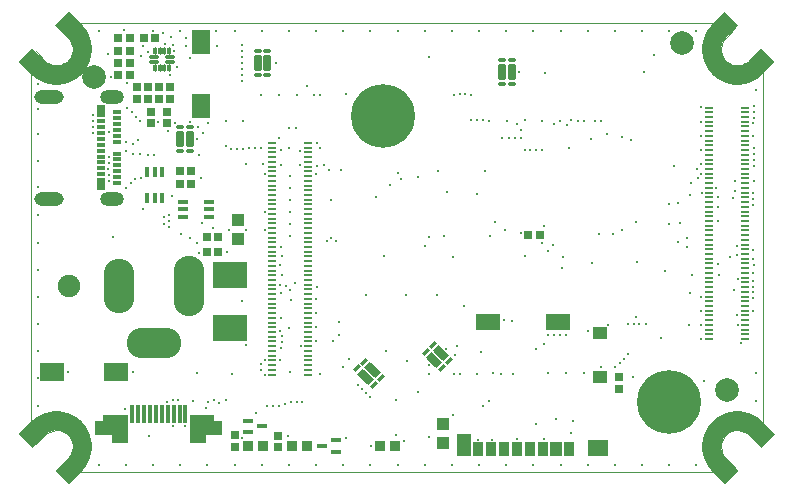
<source format=gts>
G04*
G04 #@! TF.GenerationSoftware,Altium Limited,Altium Designer,21.2.2 (38)*
G04*
G04 Layer_Color=8388736*
%FSLAX44Y44*%
%MOMM*%
G71*
G04*
G04 #@! TF.SameCoordinates,5E46DD17-87F1-4086-B896-1A8DD57D8BDF*
G04*
G04*
G04 #@! TF.FilePolarity,Negative*
G04*
G01*
G75*
%ADD16C,0.1000*%
%ADD51R,0.7000X0.9500*%
G04:AMPARAMS|DCode=52|XSize=0.34mm|YSize=0.705mm|CornerRadius=0.12mm|HoleSize=0mm|Usage=FLASHONLY|Rotation=90.000|XOffset=0mm|YOffset=0mm|HoleType=Round|Shape=RoundedRectangle|*
%AMROUNDEDRECTD52*
21,1,0.3400,0.4650,0,0,90.0*
21,1,0.1000,0.7050,0,0,90.0*
1,1,0.2400,0.2325,0.0500*
1,1,0.2400,0.2325,-0.0500*
1,1,0.2400,-0.2325,-0.0500*
1,1,0.2400,-0.2325,0.0500*
%
%ADD52ROUNDEDRECTD52*%
G04:AMPARAMS|DCode=53|XSize=0.54mm|YSize=0.705mm|CornerRadius=0.12mm|HoleSize=0mm|Usage=FLASHONLY|Rotation=90.000|XOffset=0mm|YOffset=0mm|HoleType=Round|Shape=RoundedRectangle|*
%AMROUNDEDRECTD53*
21,1,0.5400,0.4650,0,0,90.0*
21,1,0.3000,0.7050,0,0,90.0*
1,1,0.2400,0.2325,0.1500*
1,1,0.2400,0.2325,-0.1500*
1,1,0.2400,-0.2325,-0.1500*
1,1,0.2400,-0.2325,0.1500*
%
%ADD53ROUNDEDRECTD53*%
%ADD54R,0.8000X0.4000*%
%ADD55R,0.7400X1.0400*%
%ADD56R,0.7216X0.7216*%
%ADD57R,0.9516X0.4516*%
%ADD58R,2.1016X1.6016*%
%ADD59R,0.4066X1.5066*%
%ADD60R,1.1016X1.1016*%
%ADD61R,0.4516X0.9516*%
%ADD62R,0.7516X0.6516*%
%ADD63C,2.0000*%
%ADD64R,2.8446X2.2606*%
%ADD65R,1.1016X1.0016*%
%ADD66R,0.9016X0.9016*%
%ADD67R,0.6516X0.7516*%
G04:AMPARAMS|DCode=68|XSize=0.3mm|YSize=0.8mm|CornerRadius=0.1mm|HoleSize=0mm|Usage=FLASHONLY|Rotation=90.000|XOffset=0mm|YOffset=0mm|HoleType=Round|Shape=RoundedRectangle|*
%AMROUNDEDRECTD68*
21,1,0.3000,0.6000,0,0,90.0*
21,1,0.1000,0.8000,0,0,90.0*
1,1,0.2000,0.3000,0.0500*
1,1,0.2000,0.3000,-0.0500*
1,1,0.2000,-0.3000,-0.0500*
1,1,0.2000,-0.3000,0.0500*
%
%ADD68ROUNDEDRECTD68*%
G04:AMPARAMS|DCode=69|XSize=0.3mm|YSize=0.6mm|CornerRadius=0.1mm|HoleSize=0mm|Usage=FLASHONLY|Rotation=180.000|XOffset=0mm|YOffset=0mm|HoleType=Round|Shape=RoundedRectangle|*
%AMROUNDEDRECTD69*
21,1,0.3000,0.4000,0,0,180.0*
21,1,0.1000,0.6000,0,0,180.0*
1,1,0.2000,-0.0500,0.2000*
1,1,0.2000,0.0500,0.2000*
1,1,0.2000,0.0500,-0.2000*
1,1,0.2000,-0.0500,-0.2000*
%
%ADD69ROUNDEDRECTD69*%
%ADD70R,1.6016X2.1016*%
%ADD71R,0.8116X0.4016*%
%ADD72R,0.8016X0.2816*%
%ADD73R,0.7400X0.2200*%
G04:AMPARAMS|DCode=74|XSize=0.34mm|YSize=0.705mm|CornerRadius=0.12mm|HoleSize=0mm|Usage=FLASHONLY|Rotation=135.000|XOffset=0mm|YOffset=0mm|HoleType=Round|Shape=RoundedRectangle|*
%AMROUNDEDRECTD74*
21,1,0.3400,0.4650,0,0,135.0*
21,1,0.1000,0.7050,0,0,135.0*
1,1,0.2400,0.1291,0.1998*
1,1,0.2400,0.1998,0.1291*
1,1,0.2400,-0.1291,-0.1998*
1,1,0.2400,-0.1998,-0.1291*
%
%ADD74ROUNDEDRECTD74*%
G04:AMPARAMS|DCode=75|XSize=0.54mm|YSize=0.705mm|CornerRadius=0.12mm|HoleSize=0mm|Usage=FLASHONLY|Rotation=135.000|XOffset=0mm|YOffset=0mm|HoleType=Round|Shape=RoundedRectangle|*
%AMROUNDEDRECTD75*
21,1,0.5400,0.4650,0,0,135.0*
21,1,0.3000,0.7050,0,0,135.0*
1,1,0.2400,0.0583,0.2705*
1,1,0.2400,0.2705,0.0583*
1,1,0.2400,-0.0583,-0.2705*
1,1,0.2400,-0.2705,-0.0583*
%
%ADD75ROUNDEDRECTD75*%
%ADD76R,0.8516X1.2016*%
%ADD77R,0.9516X1.2016*%
%ADD78R,0.9766X1.2016*%
%ADD79R,1.3016X1.1016*%
%ADD80R,1.2716X1.9016*%
%ADD81R,1.6516X1.4516*%
%ADD82R,2.0016X1.4516*%
%ADD83R,0.7216X0.7216*%
%ADD84R,1.3516X2.4016*%
%ADD85R,2.7516X1.2016*%
%ADD86R,2.0516X1.7016*%
%ADD87C,1.9016*%
%ADD88O,4.6000X2.6000*%
%ADD89O,2.6000X5.1000*%
%ADD90O,2.6000X4.6000*%
%ADD91O,2.0000X1.2000*%
%ADD92O,2.5000X1.2000*%
%ADD93C,5.4000*%
%ADD94C,0.2064*%
%ADD95C,0.3080*%
%ADD96C,0.3540*%
G36*
X45474Y379428D02*
X46863Y378039D01*
X49255Y374921D01*
X51219Y371519D01*
X52723Y367889D01*
X53740Y364094D01*
X54253Y360199D01*
Y356270D01*
X53740Y352374D01*
X52723Y348579D01*
X51219Y344949D01*
X49255Y341547D01*
X46863Y338430D01*
X45474Y337041D01*
Y337041D01*
X45434Y337001D01*
X44045Y335612D01*
X40928Y333220D01*
X37526Y331256D01*
X33896Y329752D01*
X30101Y328736D01*
X26205Y328223D01*
X22276D01*
X18381Y328736D01*
X14586Y329752D01*
X10956Y331256D01*
X7554Y333220D01*
X4437Y335612D01*
X3047Y337001D01*
X3047Y337001D01*
X-7579Y347628D01*
X3912Y359118D01*
X14518Y348512D01*
X15518Y347605D01*
X17759Y346108D01*
X20250Y345076D01*
X22893Y344551D01*
X25589D01*
X28232Y345076D01*
X30722Y346108D01*
X32964Y347605D01*
X33964Y348512D01*
Y348512D01*
X33964Y348512D01*
X34870Y349511D01*
X36367Y351753D01*
X37399Y354243D01*
X37925Y356887D01*
Y359582D01*
X37399Y362226D01*
X36367Y364716D01*
X34870Y366957D01*
X33964Y367957D01*
X23357Y378564D01*
X34848Y390054D01*
X45474Y379428D01*
D02*
G37*
G36*
X297654Y85654D02*
Y84654D01*
X293654Y80654D01*
X292904D01*
X285904Y87654D01*
X290154Y92154D01*
X291154D01*
X297654Y85654D01*
D02*
G37*
G36*
X291750Y79750D02*
Y78750D01*
X287750Y74750D01*
X287000D01*
X280000Y81750D01*
X284250Y86250D01*
X285250D01*
X291750Y79750D01*
D02*
G37*
G36*
X30101Y51241D02*
X33896Y50224D01*
X37526Y48721D01*
X40928Y46756D01*
X44045Y44365D01*
X45434Y42976D01*
X45474Y42936D01*
X46863Y41547D01*
X49255Y38430D01*
X51219Y35027D01*
X52723Y31397D01*
X53740Y27602D01*
X54253Y23707D01*
Y19778D01*
X53740Y15883D01*
X52723Y12088D01*
X51219Y8458D01*
X49255Y5055D01*
X46863Y1938D01*
X45474Y549D01*
Y549D01*
X34848Y-10077D01*
X23357Y1413D01*
X33964Y12020D01*
X34870Y13020D01*
X36367Y15261D01*
X37399Y17751D01*
X37925Y20395D01*
Y23090D01*
X37399Y25734D01*
X36367Y28224D01*
X34870Y30465D01*
X33964Y31465D01*
X33963Y31465D01*
X32964Y32371D01*
X30722Y33869D01*
X28232Y34901D01*
X25589Y35426D01*
X22893D01*
X20249Y34901D01*
X17759Y33869D01*
X15518Y32371D01*
X14518Y31465D01*
X14518D01*
X3911Y20859D01*
X-7579Y32349D01*
X3047Y42976D01*
X4437Y44365D01*
X7554Y46756D01*
X10956Y48721D01*
X14586Y50224D01*
X18381Y51241D01*
X22276Y51754D01*
X26205D01*
X30101Y51241D01*
D02*
G37*
G36*
X601636Y378588D02*
X591029Y367982D01*
X591029D01*
X590123Y366982D01*
X588625Y364741D01*
X587594Y362251D01*
X587068Y359607D01*
Y356911D01*
X587594Y354268D01*
X588625Y351777D01*
X590123Y349536D01*
X591029Y348536D01*
X591029Y348536D01*
X591029Y348536D01*
X592029Y347630D01*
X594270Y346133D01*
X596761Y345101D01*
X599404Y344575D01*
X602100D01*
X604743Y345101D01*
X607234Y346133D01*
X609475Y347630D01*
X610475Y348536D01*
X621081Y359143D01*
X632572Y347653D01*
X621945Y337026D01*
Y337026D01*
X620556Y335637D01*
X617439Y333245D01*
X614037Y331281D01*
X610407Y329777D01*
X606612Y328760D01*
X602716Y328248D01*
X598787D01*
X594892Y328760D01*
X591097Y329777D01*
X587467Y331281D01*
X584065Y333245D01*
X580948Y335637D01*
X579559Y337026D01*
X579519Y337066D01*
X579519Y337066D01*
X578130Y338455D01*
X575738Y341572D01*
X573774Y344974D01*
X572270Y348604D01*
X571253Y352399D01*
X570740Y356295D01*
Y360224D01*
X571253Y364119D01*
X572270Y367914D01*
X573774Y371544D01*
X575738Y374946D01*
X578130Y378063D01*
X579519Y379453D01*
X590145Y390079D01*
X601636Y378588D01*
D02*
G37*
G36*
X355583Y99975D02*
Y98975D01*
X351583Y94975D01*
X350833D01*
X343833Y101975D01*
X348083Y106475D01*
X349083D01*
X355583Y99975D01*
D02*
G37*
G36*
X349679Y94071D02*
Y93071D01*
X345679Y89071D01*
X344929D01*
X337929Y96071D01*
X342179Y100571D01*
X343179D01*
X349679Y94071D01*
D02*
G37*
G36*
X606612Y51217D02*
X610407Y50200D01*
X614037Y48696D01*
X617439Y46732D01*
X620556Y44340D01*
X621945Y42951D01*
X632572Y32325D01*
X621081Y20834D01*
X610475Y31441D01*
X609475Y32347D01*
X607234Y33844D01*
X604743Y34876D01*
X602100Y35402D01*
X599404D01*
X596761Y34876D01*
X594270Y33844D01*
X592029Y32347D01*
X591029Y31441D01*
X591029D01*
X591029Y31440D01*
X590123Y30441D01*
X588626Y28200D01*
X587594Y25709D01*
X587068Y23066D01*
Y20370D01*
X587594Y17726D01*
X588626Y15236D01*
X590123Y12995D01*
X591029Y11995D01*
X591029Y11995D01*
X601636Y1389D01*
X590145Y-10102D01*
X579519Y524D01*
X578130Y1913D01*
X575738Y5031D01*
X573774Y8433D01*
X572270Y12063D01*
X571253Y15858D01*
X570740Y19753D01*
Y23682D01*
X571253Y27578D01*
X572270Y31373D01*
X573774Y35003D01*
X575738Y38405D01*
X578130Y41522D01*
X579519Y42911D01*
X579519D01*
X579559Y42951D01*
X580948Y44340D01*
X584065Y46732D01*
X587467Y48696D01*
X591097Y50200D01*
X594892Y51217D01*
X598787Y51729D01*
X602716D01*
X606612Y51217D01*
D02*
G37*
D16*
X32500Y379977D02*
X29879Y379475D01*
X27629Y378042D01*
X26067Y375879D01*
X6627Y356424D02*
X4461Y354860D01*
X3025Y352606D01*
X2523Y349982D01*
X14577Y348441D02*
X16530Y346819D01*
X18746Y345585D01*
X21152Y344778D01*
X23665Y344428D01*
X26200Y344545D01*
X28670Y345126D01*
X30991Y346151D01*
X33084Y347585D01*
X34878Y349379D01*
X36312Y351472D01*
X37337Y353793D01*
X37918Y356264D01*
X38036Y358798D01*
X37685Y361311D01*
X36879Y363717D01*
X35644Y365934D01*
X34023Y367886D01*
X26067Y4098D02*
X27629Y1935D01*
X29879Y501D01*
X32500Y-0D01*
X34023Y12091D02*
X35644Y14043D01*
X36879Y16260D01*
X37685Y18666D01*
X38036Y21179D01*
X37918Y23713D01*
X37337Y26183D01*
X36312Y28504D01*
X34879Y30598D01*
X33084Y32392D01*
X30991Y33826D01*
X28670Y34851D01*
X26200Y35432D01*
X23665Y35549D01*
X21152Y35198D01*
X18746Y34392D01*
X16530Y33157D01*
X14577Y31536D01*
X2523Y29995D02*
X3025Y27370D01*
X4461Y25117D01*
X6627Y23553D01*
X622495Y350000D02*
X621993Y352621D01*
X620560Y354871D01*
X618396Y356433D01*
X590958Y367923D02*
X589337Y365970D01*
X588102Y363754D01*
X587296Y361348D01*
X586946Y358835D01*
X587063Y356300D01*
X587644Y353830D01*
X588669Y351509D01*
X590103Y349416D01*
X591897Y347621D01*
X593990Y346188D01*
X596311Y345163D01*
X598781Y344582D01*
X601316Y344464D01*
X603829Y344815D01*
X606235Y345621D01*
X608452Y346856D01*
X610404Y348477D01*
X598942Y375873D02*
X597378Y378039D01*
X595124Y379475D01*
X592500Y379977D01*
X592500Y0D02*
X595124Y502D01*
X597378Y1938D01*
X598942Y4104D01*
X610404Y31500D02*
X608452Y33121D01*
X606235Y34356D01*
X603829Y35162D01*
X601316Y35512D01*
X598781Y35395D01*
X596311Y34814D01*
X593990Y33790D01*
X591897Y32355D01*
X590103Y30561D01*
X588669Y28468D01*
X587644Y26147D01*
X587063Y23677D01*
X586946Y21142D01*
X587296Y18629D01*
X588102Y16223D01*
X589337Y14007D01*
X590958Y12055D01*
X618396Y23544D02*
X620560Y25106D01*
X621993Y27356D01*
X622495Y29977D01*
X622495Y350000D02*
X622495Y30000D01*
X26050Y375859D02*
X34023Y367886D01*
X6604Y356413D02*
X14577Y348441D01*
X26050Y4118D02*
X34023Y12091D01*
X6604Y23563D02*
X14577Y31536D01*
X610404Y348477D02*
X618377Y356450D01*
X590958Y367923D02*
X598931Y375896D01*
X590958Y12055D02*
X598931Y4081D01*
X610404Y31500D02*
X618377Y23527D01*
X2500Y350000D02*
X2500Y29982D01*
X32500Y-0D02*
X592500Y-0D01*
X32500Y379977D02*
X592500Y379977D01*
D51*
X128660Y282363D02*
D03*
X137010D02*
D03*
X401575Y339000D02*
D03*
X409925D02*
D03*
X202850Y346500D02*
D03*
X194500D02*
D03*
D52*
X137000Y272250D02*
D03*
Y277250D02*
D03*
Y287250D02*
D03*
Y292250D02*
D03*
X128650D02*
D03*
Y287250D02*
D03*
Y277250D02*
D03*
Y272250D02*
D03*
X202850Y356500D02*
D03*
Y351500D02*
D03*
Y341500D02*
D03*
Y336500D02*
D03*
X194500D02*
D03*
Y341500D02*
D03*
Y351500D02*
D03*
Y356500D02*
D03*
X401575Y349000D02*
D03*
Y344000D02*
D03*
Y334000D02*
D03*
Y329000D02*
D03*
X409925D02*
D03*
Y334000D02*
D03*
Y344000D02*
D03*
Y349000D02*
D03*
D53*
X137000Y282250D02*
D03*
X128650D02*
D03*
X202850Y346500D02*
D03*
X194500D02*
D03*
X401575Y339000D02*
D03*
X409925D02*
D03*
D54*
X62200Y252300D02*
D03*
Y257300D02*
D03*
X75200Y304800D02*
D03*
Y299800D02*
D03*
Y294800D02*
D03*
Y289800D02*
D03*
Y284800D02*
D03*
Y279800D02*
D03*
Y269800D02*
D03*
Y264800D02*
D03*
Y259800D02*
D03*
Y254800D02*
D03*
Y249800D02*
D03*
Y244800D02*
D03*
X62200Y262300D02*
D03*
Y267300D02*
D03*
Y272300D02*
D03*
Y277300D02*
D03*
Y282300D02*
D03*
Y287300D02*
D03*
Y292300D02*
D03*
Y297300D02*
D03*
D55*
Y243800D02*
D03*
Y305800D02*
D03*
D56*
X160750Y186750D02*
D03*
X151750D02*
D03*
Y199014D02*
D03*
X160750D02*
D03*
X107250Y367750D02*
D03*
X98250D02*
D03*
X138000Y244000D02*
D03*
X129000D02*
D03*
D57*
X131750Y216000D02*
D03*
Y222500D02*
D03*
Y229000D02*
D03*
X153750D02*
D03*
Y222500D02*
D03*
Y216000D02*
D03*
D58*
X20250Y85000D02*
D03*
X74250D02*
D03*
D59*
X133415Y49195D02*
D03*
X123415D02*
D03*
X128415D02*
D03*
X118415D02*
D03*
X113415D02*
D03*
X108415D02*
D03*
X103415D02*
D03*
X98415D02*
D03*
X93415D02*
D03*
X88415D02*
D03*
D03*
D60*
X148075Y39305D02*
D03*
X73925Y39385D02*
D03*
D61*
X113750Y254250D02*
D03*
X107250D02*
D03*
X100750D02*
D03*
Y232250D02*
D03*
X107250D02*
D03*
X113750D02*
D03*
D62*
X500500Y80750D02*
D03*
Y70750D02*
D03*
X175000Y21500D02*
D03*
Y31500D02*
D03*
X212000Y21000D02*
D03*
Y31000D02*
D03*
X111167Y326000D02*
D03*
Y316000D02*
D03*
X101583Y316000D02*
D03*
Y326000D02*
D03*
X120750Y326000D02*
D03*
Y316000D02*
D03*
X92000Y316000D02*
D03*
Y326000D02*
D03*
D63*
X592250Y69500D02*
D03*
X56078Y334271D02*
D03*
X553964Y363286D02*
D03*
D64*
X171500Y166700D02*
D03*
Y122500D02*
D03*
D65*
X178250Y197500D02*
D03*
Y213500D02*
D03*
X351119Y24706D02*
D03*
Y40706D02*
D03*
D66*
X236000Y22000D02*
D03*
X223500D02*
D03*
X186750Y22500D02*
D03*
X199250D02*
D03*
X298250Y22000D02*
D03*
X310750D02*
D03*
D67*
X423750Y200750D02*
D03*
X433750D02*
D03*
X86500Y367750D02*
D03*
X76500D02*
D03*
X86500Y336000D02*
D03*
X76500D02*
D03*
X86500Y357000D02*
D03*
X76500D02*
D03*
X86500Y346500D02*
D03*
X76500D02*
D03*
X128500Y255000D02*
D03*
X138500D02*
D03*
D68*
X107000Y351499D02*
D03*
Y347499D02*
D03*
X120000D02*
D03*
Y351499D02*
D03*
D69*
X107500Y342000D02*
D03*
X111500D02*
D03*
X115500D02*
D03*
X119500D02*
D03*
Y357000D02*
D03*
X115500D02*
D03*
X111500D02*
D03*
X107500D02*
D03*
D70*
X146250Y310250D02*
D03*
Y364250D02*
D03*
D71*
X186050Y43750D02*
D03*
Y33750D02*
D03*
X198250Y38750D02*
D03*
X261100Y17250D02*
D03*
Y27250D02*
D03*
X248900Y22250D02*
D03*
D72*
X237400Y278750D02*
D03*
Y274750D02*
D03*
Y270750D02*
D03*
Y266750D02*
D03*
Y262750D02*
D03*
Y258750D02*
D03*
Y254750D02*
D03*
Y250750D02*
D03*
Y246750D02*
D03*
Y242750D02*
D03*
Y238750D02*
D03*
Y234750D02*
D03*
Y230750D02*
D03*
Y226750D02*
D03*
Y222750D02*
D03*
Y218750D02*
D03*
Y214750D02*
D03*
Y210750D02*
D03*
Y206750D02*
D03*
Y202750D02*
D03*
Y198750D02*
D03*
Y194750D02*
D03*
Y190750D02*
D03*
Y186750D02*
D03*
Y182750D02*
D03*
Y178750D02*
D03*
Y174750D02*
D03*
Y170750D02*
D03*
Y166750D02*
D03*
Y162750D02*
D03*
Y158750D02*
D03*
Y154750D02*
D03*
Y150750D02*
D03*
Y146750D02*
D03*
Y142750D02*
D03*
Y138750D02*
D03*
Y134750D02*
D03*
Y130750D02*
D03*
Y126750D02*
D03*
Y122750D02*
D03*
Y118750D02*
D03*
Y114750D02*
D03*
Y110750D02*
D03*
Y106750D02*
D03*
Y102750D02*
D03*
Y98750D02*
D03*
Y94750D02*
D03*
Y90750D02*
D03*
Y86750D02*
D03*
Y82750D02*
D03*
X206600Y278750D02*
D03*
Y274750D02*
D03*
Y270750D02*
D03*
Y266750D02*
D03*
Y262750D02*
D03*
Y258750D02*
D03*
Y254750D02*
D03*
Y250750D02*
D03*
Y246750D02*
D03*
Y242750D02*
D03*
Y238750D02*
D03*
Y234750D02*
D03*
Y230750D02*
D03*
Y226750D02*
D03*
Y222750D02*
D03*
Y218750D02*
D03*
Y214750D02*
D03*
Y210750D02*
D03*
Y206750D02*
D03*
Y202750D02*
D03*
Y198750D02*
D03*
Y194750D02*
D03*
Y190750D02*
D03*
Y186750D02*
D03*
Y182750D02*
D03*
Y178750D02*
D03*
Y174750D02*
D03*
Y170750D02*
D03*
Y166750D02*
D03*
Y162750D02*
D03*
Y158750D02*
D03*
Y154750D02*
D03*
Y150750D02*
D03*
Y146750D02*
D03*
Y142750D02*
D03*
Y138750D02*
D03*
Y134750D02*
D03*
Y130750D02*
D03*
Y126750D02*
D03*
Y122750D02*
D03*
Y118750D02*
D03*
Y114750D02*
D03*
Y110750D02*
D03*
Y106750D02*
D03*
Y102750D02*
D03*
Y98750D02*
D03*
Y94750D02*
D03*
Y90750D02*
D03*
Y86750D02*
D03*
X607400Y308750D02*
D03*
Y304750D02*
D03*
Y300750D02*
D03*
Y296750D02*
D03*
Y292750D02*
D03*
Y288750D02*
D03*
Y284750D02*
D03*
Y280750D02*
D03*
Y276750D02*
D03*
Y272750D02*
D03*
Y268750D02*
D03*
Y264750D02*
D03*
Y260750D02*
D03*
Y256750D02*
D03*
Y252750D02*
D03*
Y248750D02*
D03*
Y244750D02*
D03*
Y240750D02*
D03*
Y236750D02*
D03*
Y232750D02*
D03*
Y228750D02*
D03*
Y224750D02*
D03*
Y220750D02*
D03*
Y216750D02*
D03*
Y212750D02*
D03*
Y208750D02*
D03*
Y204750D02*
D03*
Y200750D02*
D03*
Y196750D02*
D03*
Y192750D02*
D03*
Y188750D02*
D03*
Y184750D02*
D03*
Y180750D02*
D03*
Y176750D02*
D03*
Y172750D02*
D03*
Y168750D02*
D03*
Y164750D02*
D03*
Y160750D02*
D03*
Y156750D02*
D03*
Y152750D02*
D03*
Y148750D02*
D03*
Y144750D02*
D03*
Y140750D02*
D03*
Y136750D02*
D03*
Y132750D02*
D03*
Y128750D02*
D03*
Y124750D02*
D03*
Y120750D02*
D03*
Y116750D02*
D03*
Y112750D02*
D03*
X576600Y308750D02*
D03*
Y304750D02*
D03*
Y300750D02*
D03*
Y296750D02*
D03*
Y292750D02*
D03*
Y288750D02*
D03*
Y284750D02*
D03*
Y280750D02*
D03*
Y276750D02*
D03*
Y272750D02*
D03*
Y268750D02*
D03*
Y264750D02*
D03*
Y260750D02*
D03*
Y256750D02*
D03*
Y252750D02*
D03*
Y248750D02*
D03*
Y244750D02*
D03*
Y240750D02*
D03*
Y236750D02*
D03*
Y232750D02*
D03*
Y228750D02*
D03*
Y224750D02*
D03*
Y220750D02*
D03*
Y216750D02*
D03*
Y212750D02*
D03*
Y208750D02*
D03*
Y204750D02*
D03*
Y200750D02*
D03*
Y196750D02*
D03*
Y192750D02*
D03*
Y188750D02*
D03*
Y184750D02*
D03*
Y180750D02*
D03*
Y176750D02*
D03*
Y172750D02*
D03*
Y168750D02*
D03*
Y164750D02*
D03*
Y160750D02*
D03*
Y156750D02*
D03*
Y152750D02*
D03*
Y148750D02*
D03*
Y144750D02*
D03*
Y140750D02*
D03*
Y136750D02*
D03*
Y132750D02*
D03*
Y128750D02*
D03*
Y124750D02*
D03*
Y120750D02*
D03*
Y116750D02*
D03*
Y112750D02*
D03*
D73*
X206600Y82750D02*
D03*
D74*
X298892Y79608D02*
D03*
X295357Y83143D02*
D03*
X288286Y90214D02*
D03*
X284750Y93750D02*
D03*
X278846Y87846D02*
D03*
X282381Y84310D02*
D03*
X289452Y77239D02*
D03*
X292988Y73703D02*
D03*
X336775Y102167D02*
D03*
X340310Y98631D02*
D03*
X347381Y91560D02*
D03*
X350917Y88025D02*
D03*
X356821Y93929D02*
D03*
X353285Y97465D02*
D03*
X346214Y104536D02*
D03*
X342679Y108071D02*
D03*
D75*
X291821Y86679D02*
D03*
X285917Y80775D02*
D03*
X343846Y95096D02*
D03*
X349750Y101000D02*
D03*
D76*
X381250Y19325D02*
D03*
D77*
X391750D02*
D03*
X413750D02*
D03*
X424750D02*
D03*
X435750D02*
D03*
X457750D02*
D03*
X402750D02*
D03*
D78*
X446750D02*
D03*
D79*
X484100Y80825D02*
D03*
Y117825D02*
D03*
D80*
X369150Y22825D02*
D03*
D81*
X482350Y20575D02*
D03*
D82*
X389400Y127575D02*
D03*
X449100D02*
D03*
D83*
X104000Y304750D02*
D03*
Y295750D02*
D03*
X117670Y295706D02*
D03*
Y304706D02*
D03*
D84*
X144166Y36691D02*
D03*
X77671Y36694D02*
D03*
D85*
X151165Y37695D02*
D03*
X70665Y37695D02*
D03*
D86*
X147665Y40195D02*
D03*
X74165Y40195D02*
D03*
D87*
X35000Y157500D02*
D03*
D88*
X107000Y109250D02*
D03*
D89*
X136750Y157500D02*
D03*
D90*
X76750Y157500D02*
D03*
D91*
X71100Y318000D02*
D03*
Y231600D02*
D03*
D92*
X17500Y318000D02*
D03*
Y231600D02*
D03*
D93*
X543000Y59750D02*
D03*
X301000Y301750D02*
D03*
D94*
X137000Y198250D02*
D03*
X72500Y199500D02*
D03*
X68431Y262181D02*
D03*
X137216Y296572D02*
D03*
X147000Y249250D02*
D03*
X124322Y295987D02*
D03*
X119027Y288822D02*
D03*
X93000Y281201D02*
D03*
X148000Y287000D02*
D03*
X144000Y292500D02*
D03*
X143250Y282250D02*
D03*
X95750Y352584D02*
D03*
X101431Y356230D02*
D03*
X88922Y277556D02*
D03*
X89062Y269468D02*
D03*
X83172Y280026D02*
D03*
X82999Y272152D02*
D03*
X101634Y268235D02*
D03*
X106593Y268329D02*
D03*
X55425Y297276D02*
D03*
Y292323D02*
D03*
X450476Y116483D02*
D03*
X445523D02*
D03*
X440500Y116500D02*
D03*
X122000Y234000D02*
D03*
X144750Y269000D02*
D03*
X87810Y304616D02*
D03*
X91312Y301114D02*
D03*
X167750Y276000D02*
D03*
X68304Y251875D02*
D03*
X68238Y256828D02*
D03*
X90762Y248012D02*
D03*
X87259Y244509D02*
D03*
X168250Y186250D02*
D03*
X144482Y185215D02*
D03*
X156518Y206970D02*
D03*
X184289Y205167D02*
D03*
X170072Y205485D02*
D03*
X197496Y91258D02*
D03*
X197494Y86244D02*
D03*
X215250Y110274D02*
D03*
Y115226D02*
D03*
X142885Y193749D02*
D03*
X417580Y202806D02*
D03*
X245088Y156429D02*
D03*
X225993Y159805D02*
D03*
X395738Y211599D02*
D03*
X391449Y200382D02*
D03*
X403586Y204991D02*
D03*
X386676Y255366D02*
D03*
X380585Y235353D02*
D03*
X594645Y182081D02*
D03*
X614487Y175634D02*
D03*
X177330Y274000D02*
D03*
X172377D02*
D03*
X570421Y236820D02*
D03*
X222200Y220360D02*
D03*
X181292Y29334D02*
D03*
X123548Y356427D02*
D03*
X511063Y281317D02*
D03*
X313667Y253000D02*
D03*
X236377Y327149D02*
D03*
X222250Y84750D02*
D03*
X360250Y48750D02*
D03*
X390500Y60250D02*
D03*
X311962Y61091D02*
D03*
X354929Y237430D02*
D03*
X198750Y261250D02*
D03*
X369371Y140988D02*
D03*
X614250Y152250D02*
D03*
X614500Y300242D02*
D03*
X615000Y264273D02*
D03*
X614500Y305194D02*
D03*
X480512Y297767D02*
D03*
X485500Y297750D02*
D03*
X320281Y150015D02*
D03*
X267000Y89000D02*
D03*
X512659Y80929D02*
D03*
X185000Y108000D02*
D03*
X181000Y145000D02*
D03*
X560625Y234605D02*
D03*
X260691Y195446D02*
D03*
X252971Y195414D02*
D03*
X256880Y198042D02*
D03*
X614006Y147273D02*
D03*
X303000Y102584D02*
D03*
X181541Y361489D02*
D03*
X182358Y273915D02*
D03*
X185000Y261000D02*
D03*
X126641Y342912D02*
D03*
X120125Y336625D02*
D03*
X137534Y350984D02*
D03*
X307000Y243000D02*
D03*
X159778Y360554D02*
D03*
X167500Y297750D02*
D03*
X182500D02*
D03*
X461664Y43651D02*
D03*
X430000Y41000D02*
D03*
X570146Y272646D02*
D03*
X570250Y284750D02*
D03*
X529750Y353500D02*
D03*
X295000Y233000D02*
D03*
X346000Y150000D02*
D03*
X452000Y173000D02*
D03*
X547000Y259000D02*
D03*
X375000Y298000D02*
D03*
X438000Y338000D02*
D03*
X212476Y56387D02*
D03*
X207523D02*
D03*
X123083Y362100D02*
D03*
X68419Y246675D02*
D03*
X200891Y82640D02*
D03*
X495329Y201888D02*
D03*
X502700Y205000D02*
D03*
X55502Y287371D02*
D03*
X55424Y302229D02*
D03*
X584787Y166840D02*
D03*
X339441Y90803D02*
D03*
X133250Y39000D02*
D03*
X123250D02*
D03*
X34000Y85000D02*
D03*
X147806Y211187D02*
D03*
X97750Y222500D02*
D03*
X491479Y125021D02*
D03*
X459750Y33250D02*
D03*
X447500Y45000D02*
D03*
X584548Y212690D02*
D03*
Y224848D02*
D03*
X470629Y83836D02*
D03*
X558232Y190681D02*
D03*
X539559Y169980D02*
D03*
X406949Y283000D02*
D03*
X412088D02*
D03*
X420500Y273000D02*
D03*
X430476D02*
D03*
X425523D02*
D03*
X181131Y336492D02*
D03*
Y341445D02*
D03*
X181368Y356539D02*
D03*
X181372Y351540D02*
D03*
X187509Y274245D02*
D03*
X192491D02*
D03*
X437250Y208750D02*
D03*
X435084Y193681D02*
D03*
X385602Y298000D02*
D03*
X380649D02*
D03*
X390548Y297748D02*
D03*
X615006Y269226D02*
D03*
X415686Y339128D02*
D03*
X515709Y177975D02*
D03*
X129724Y201293D02*
D03*
X134176Y360634D02*
D03*
X119719Y207295D02*
D03*
X119868Y218135D02*
D03*
X119743Y212914D02*
D03*
X213608Y119899D02*
D03*
X94610Y269264D02*
D03*
X68419Y267224D02*
D03*
X286376Y67125D02*
D03*
X282873Y70627D02*
D03*
X370477Y320250D02*
D03*
X365524D02*
D03*
X570223Y309574D02*
D03*
X227476Y59750D02*
D03*
X222523D02*
D03*
X512881Y125500D02*
D03*
X517834D02*
D03*
X501032Y92673D02*
D03*
X504535Y96175D02*
D03*
X584548Y176551D02*
D03*
X561000Y152000D02*
D03*
X558178Y198382D02*
D03*
X550423Y194694D02*
D03*
X600000Y133000D02*
D03*
X614530Y246262D02*
D03*
X599110Y246484D02*
D03*
X614000Y231000D02*
D03*
X582942Y240818D02*
D03*
X598840Y237952D02*
D03*
X597173Y231905D02*
D03*
X613963Y236814D02*
D03*
X562000Y167000D02*
D03*
X600104Y184322D02*
D03*
X601500Y164000D02*
D03*
X542989Y227473D02*
D03*
X550441Y227611D02*
D03*
X584076Y232726D02*
D03*
X477267Y177279D02*
D03*
X453487Y182554D02*
D03*
X420943Y183484D02*
D03*
X279256Y74276D02*
D03*
X570067Y112750D02*
D03*
X89249Y84899D02*
D03*
X193000Y50000D02*
D03*
X134000Y367750D02*
D03*
X150623Y54414D02*
D03*
X152250Y59500D02*
D03*
X117387Y59708D02*
D03*
X122500Y60750D02*
D03*
X127500D02*
D03*
X167500Y61250D02*
D03*
X152499Y295965D02*
D03*
X109852Y296527D02*
D03*
X115979Y362979D02*
D03*
X84341Y329282D02*
D03*
X114000Y372287D02*
D03*
X67500Y354500D02*
D03*
X70418Y335056D02*
D03*
X120924Y368604D02*
D03*
X115250Y210000D02*
D03*
Y215750D02*
D03*
X95750Y249000D02*
D03*
X94853Y297650D02*
D03*
X440250Y187500D02*
D03*
X444750Y192750D02*
D03*
X143367Y83657D02*
D03*
X244273Y252722D02*
D03*
X360500Y319750D02*
D03*
X420500Y298000D02*
D03*
X339250Y351500D02*
D03*
X269500Y320000D02*
D03*
X102250Y30500D02*
D03*
X409729Y128285D02*
D03*
X353750Y104750D02*
D03*
X522000Y339000D02*
D03*
X455500Y116500D02*
D03*
X474250Y119750D02*
D03*
X380500Y83250D02*
D03*
X316000Y248000D02*
D03*
X213750Y175750D02*
D03*
X215000Y166654D02*
D03*
X535750Y114000D02*
D03*
X559500Y125000D02*
D03*
X551750Y210750D02*
D03*
X542621Y210316D02*
D03*
X247500Y83250D02*
D03*
X490000Y286000D02*
D03*
X222309Y154017D02*
D03*
X213750Y95250D02*
D03*
X200563Y95147D02*
D03*
X598250Y154500D02*
D03*
X603708Y109206D02*
D03*
X507750Y125500D02*
D03*
X523000D02*
D03*
X567516Y248807D02*
D03*
X570338Y252877D02*
D03*
X566906Y256865D02*
D03*
X613932Y225958D02*
D03*
X613900Y284750D02*
D03*
X445500Y295250D02*
D03*
X414000D02*
D03*
X256662Y230412D02*
D03*
X265407Y255579D02*
D03*
X336000Y191250D02*
D03*
X360000Y182250D02*
D03*
X139745Y60548D02*
D03*
X340000Y199250D02*
D03*
X286198Y150260D02*
D03*
X301750Y183500D02*
D03*
X214633Y130324D02*
D03*
X221250Y122000D02*
D03*
X223125Y145625D02*
D03*
X218626Y158075D02*
D03*
X215037Y183097D02*
D03*
X213500Y158750D02*
D03*
X220891Y274455D02*
D03*
X212500Y283000D02*
D03*
X220707Y291236D02*
D03*
X226832Y291101D02*
D03*
X247500Y274750D02*
D03*
X244500Y278750D02*
D03*
X220000Y30750D02*
D03*
X318054Y26297D02*
D03*
X311496Y31367D02*
D03*
X290750Y22000D02*
D03*
X269250Y29000D02*
D03*
X209750Y346500D02*
D03*
X250750Y259750D02*
D03*
X255000Y255500D02*
D03*
X330010Y249740D02*
D03*
X213970Y105453D02*
D03*
X231050Y106750D02*
D03*
X243750Y110750D02*
D03*
Y122750D02*
D03*
Y134750D02*
D03*
Y146750D02*
D03*
X200500Y252750D02*
D03*
Y220750D02*
D03*
Y204750D02*
D03*
X214500Y190750D02*
D03*
X214000Y151750D02*
D03*
X272000Y95750D02*
D03*
X258000Y110750D02*
D03*
X263750Y116500D02*
D03*
X263505Y127133D02*
D03*
X352500Y200000D02*
D03*
X347000Y255000D02*
D03*
X403000Y128500D02*
D03*
X383500Y101750D02*
D03*
X339500Y83000D02*
D03*
X217292Y57994D02*
D03*
X476750Y282250D02*
D03*
X458003Y274342D02*
D03*
X470686Y297542D02*
D03*
X459647Y297835D02*
D03*
X515250Y212250D02*
D03*
Y131250D02*
D03*
X483250Y202000D02*
D03*
X214500Y272750D02*
D03*
X214250Y260500D02*
D03*
X245000Y259500D02*
D03*
X230000Y260500D02*
D03*
X230500Y271750D02*
D03*
X68750Y287750D02*
D03*
X181000Y331500D02*
D03*
X181250Y346500D02*
D03*
X450500Y297750D02*
D03*
X465500D02*
D03*
X456145Y294333D02*
D03*
X417750Y289750D02*
D03*
X435500Y297750D02*
D03*
X375500Y319750D02*
D03*
X405500Y297750D02*
D03*
X247500Y319750D02*
D03*
X242500D02*
D03*
X227500D02*
D03*
X212500D02*
D03*
X197500D02*
D03*
X97250Y360750D02*
D03*
X162250Y58500D02*
D03*
X330500Y68250D02*
D03*
X362000Y99250D02*
D03*
X321250Y94000D02*
D03*
X400500Y83000D02*
D03*
X393933Y83626D02*
D03*
X436750Y28500D02*
D03*
X360500Y83250D02*
D03*
X365500D02*
D03*
X339750Y29500D02*
D03*
X385250Y56000D02*
D03*
X157500Y61250D02*
D03*
X172500Y83250D02*
D03*
X485504Y89228D02*
D03*
X410500Y83250D02*
D03*
X289957Y63444D02*
D03*
X414500Y28000D02*
D03*
X393000Y27500D02*
D03*
X381000D02*
D03*
X570067Y148750D02*
D03*
Y136750D02*
D03*
Y124750D02*
D03*
X508250Y99750D02*
D03*
X600900Y124750D02*
D03*
X436788Y108495D02*
D03*
X600500Y191500D02*
D03*
X561501Y245251D02*
D03*
X614000Y188250D02*
D03*
X614308Y180663D02*
D03*
X363035Y106763D02*
D03*
X455500Y83836D02*
D03*
X440412D02*
D03*
X430250Y104500D02*
D03*
X497250Y89000D02*
D03*
X614250Y157250D02*
D03*
X613933Y136750D02*
D03*
X613900Y162191D02*
D03*
X232500Y59750D02*
D03*
X202500Y56500D02*
D03*
X613750Y168750D02*
D03*
X502750Y283750D02*
D03*
X570250Y296750D02*
D03*
X222200Y250780D02*
D03*
X222200Y240640D02*
D03*
X222200Y230500D02*
D03*
Y210220D02*
D03*
X222200Y200310D02*
D03*
X197750Y274250D02*
D03*
X435500Y273000D02*
D03*
X417250Y283250D02*
D03*
X401750D02*
D03*
X614951Y274179D02*
D03*
X615009Y259321D02*
D03*
X614500Y310147D02*
D03*
X614209Y295297D02*
D03*
X570250Y260750D02*
D03*
X84000Y308000D02*
D03*
X83250Y241000D02*
D03*
D95*
X82250Y53250D02*
D03*
X572250Y77000D02*
D03*
X616470Y323507D02*
D03*
X616662Y60628D02*
D03*
Y83628D02*
D03*
X8523Y56495D02*
D03*
Y79495D02*
D03*
Y102495D02*
D03*
Y125495D02*
D03*
Y148495D02*
D03*
X8227Y241508D02*
D03*
X8523Y217495D02*
D03*
Y194495D02*
D03*
Y171495D02*
D03*
X8438Y307209D02*
D03*
X8523Y286495D02*
D03*
Y263495D02*
D03*
X566000Y373977D02*
D03*
X543000D02*
D03*
X520000D02*
D03*
X497000D02*
D03*
X474000D02*
D03*
X382000D02*
D03*
X405000D02*
D03*
X428000D02*
D03*
X451000D02*
D03*
X290000D02*
D03*
X313000D02*
D03*
X336000D02*
D03*
X359000D02*
D03*
X198000D02*
D03*
X221000D02*
D03*
X244000D02*
D03*
X267000D02*
D03*
X106000D02*
D03*
X129000D02*
D03*
X159000Y374000D02*
D03*
X175000Y373977D02*
D03*
X60000D02*
D03*
X81764Y374221D02*
D03*
X83000Y6000D02*
D03*
X60000D02*
D03*
X175000D02*
D03*
X152000D02*
D03*
X129000D02*
D03*
X106000D02*
D03*
X267000D02*
D03*
X244000D02*
D03*
X221000D02*
D03*
X198000D02*
D03*
X359000D02*
D03*
X336000D02*
D03*
X313000D02*
D03*
X290000D02*
D03*
X451000D02*
D03*
X428000D02*
D03*
X405000D02*
D03*
X382000D02*
D03*
X474000D02*
D03*
X497000D02*
D03*
X520000D02*
D03*
X543000D02*
D03*
X280250Y301750D02*
D03*
X321750D02*
D03*
X301000Y281000D02*
D03*
Y322500D02*
D03*
X8835Y328803D02*
D03*
X566000Y6000D02*
D03*
D96*
X522250Y59750D02*
D03*
X563750D02*
D03*
X543000Y39000D02*
D03*
Y80500D02*
D03*
M02*

</source>
